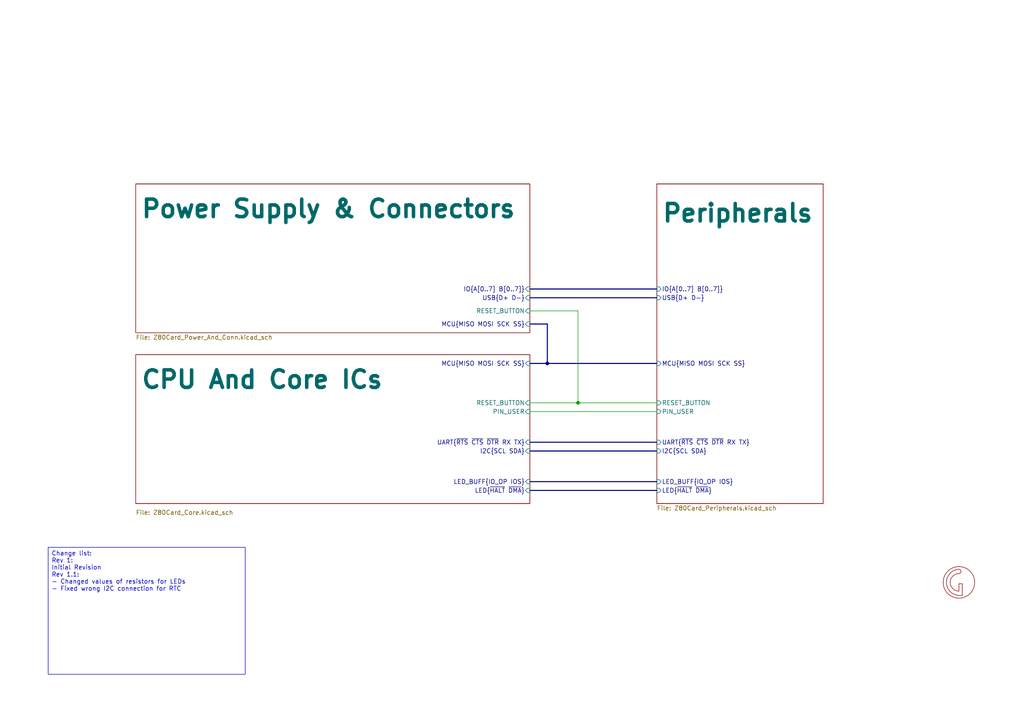
<source format=kicad_sch>
(kicad_sch (version 20230121) (generator eeschema)
  (paper "A4")
  (title_block (title "Z80 Card") (date "2023-03-04") (rev "1.1") (company "Galion") (comment 1 "Credit-card sized") (comment 2 "Z80 computer") (comment 3 "based on Z80-MBC2") (comment 4 "project by Just4Fun") (comment 5 "Galion") (comment 6 "Galion"))
  (lib_symbols
    (symbol "Z80Card:Galion_Logo" (pin_names (offset 1.016))
      (symbol "Galion_Logo_0_1"
        (polyline (pts (xy 0 -3.81) (xy 0.9652 -3.81)))
        (polyline (pts (xy 0 -2.54) (xy 0 -0.4064)))
        (polyline (pts (xy 0 -0.4064) (xy 0.9652 -0.4064)))
        (polyline (pts (xy 0.9652 -0.4064) (xy 0.9652 -3.81)))
        (circle (center 0 0) (radius 4.572))
        (arc (start 0 2.54) (mid -2.529 0) (end 0 -2.54))
        (arc (start 0 3.81) (mid -3.6161 0) (end 0 -3.81))
        (arc (start 0.0254 2.54) (mid 0.5887 3.1866) (end 0 3.81))
      )
    )
  )
  (junction (at 167.64 116.84))
  (junction (at 158.75 105.41))
  (wire (pts (xy 167.64 90.17) (xy 167.64 116.84)))
  (bus (pts (xy 153.67 142.24) (xy 190.5 142.24)))
  (bus (pts (xy 153.67 139.7) (xy 190.5 139.7)))
  (bus (pts (xy 158.75 105.41) (xy 190.5 105.41)))
  (wire (pts (xy 153.67 90.17) (xy 167.64 90.17)))
  (bus (pts (xy 158.75 93.98) (xy 158.75 105.41)))
  (bus (pts (xy 153.67 128.27) (xy 190.5 128.27)))
  (bus (pts (xy 153.67 83.82) (xy 190.5 83.82)))
  (wire (pts (xy 153.67 119.38) (xy 190.5 119.38)))
  (bus (pts (xy 153.67 130.81) (xy 190.5 130.81)))
  (wire (pts (xy 153.67 116.84) (xy 167.64 116.84)))
  (bus (pts (xy 153.67 93.98) (xy 158.75 93.98)))
  (wire (pts (xy 167.64 116.84) (xy 190.5 116.84)))
  (bus (pts (xy 153.67 105.41) (xy 158.75 105.41)))
  (bus (pts (xy 153.67 86.36) (xy 190.5 86.36)))
  (text_box "Change list:\nRev 1:\nInitial Revision\nRev 1.1:\n- Changed values of resistors for LEDs\n- Fixed wrong I2C connection for RTC" (at 13.97 158.75 0) (size 57.15 36.83) (effects (font (size 1.27 1.27)) (justify left top)))
  (symbol (lib_id "Z80Card:Galion_Logo") (at 278.13 168.91 0) (unit 1) (in_bom no)
    (property "Reference" "SYM1" (effects hide))
    (property "Value" "Galion_Logo" (effects hide))
    (property "Footprint" "Z80Card:Galion_Logo_Small" (effects hide))
  )
  (sheet (at 39.37 102.87) (size 114.3 43.18) (stroke (width 0.1524))
    (property "Sheetname" "CPU And Core ICs" (at 40.64 113.03 0) (effects (font (size 5.08 5.08) bold) (justify left bottom)))
    (property "Sheetfile" "Z80Card_Core.kicad_sch" (at 39.37 147.9046 0) (effects (justify left top)))
    (pin "RESET_BUTTON" input (at 153.67 116.84 0))
    (pin "UART{~{RTS} ~{CTS} ~{DTR} RX TX}" input (at 153.67 128.27 0))
    (pin "PIN_USER" input (at 153.67 119.38 0))
    (pin "I2C{SCL SDA}" input (at 153.67 130.81 0))
    (pin "MCU{MISO MOSI SCK SS}" input (at 153.67 105.41 0))
    (pin "LED_BUFF{IO_OP IOS}" input (at 153.67 139.7 0))
    (pin "LED{~{HALT} ~{DMA}}" input (at 153.67 142.24 0))
  )
  (sheet (at 190.5 53.34) (size 48.26 92.71) (stroke (width 0.1524))
    (property "Sheetname" "Peripherals" (at 191.77 64.77 0) (effects (font (size 5.08 5.08) bold) (justify left bottom)))
    (property "Sheetfile" "Z80Card_Peripherals.kicad_sch" (at 190.5 146.6346 0) (effects (justify left top)))
    (pin "USB{D+ D-}" input (at 190.5 86.36 180))
    (pin "LED{~{HALT} ~{DMA}}" input (at 190.5 142.24 180))
    (pin "LED_BUFF{IO_OP IOS}" input (at 190.5 139.7 180))
    (pin "UART{~{RTS} ~{CTS} ~{DTR} RX TX}" input (at 190.5 128.27 180))
    (pin "I2C{SCL SDA}" input (at 190.5 130.81 180))
    (pin "MCU{MISO MOSI SCK SS}" input (at 190.5 105.41 180))
    (pin "PIN_USER" input (at 190.5 119.38 180))
    (pin "RESET_BUTTON" input (at 190.5 116.84 180))
    (pin "IO{A[0..7] B[0..7]}" input (at 190.5 83.82 180))
  )
  (sheet (at 39.37 53.34) (size 114.3 43.18) (stroke (width 0.1524))
    (property "Sheetname" "Power Supply & Connectors" (at 40.64 63.5 0) (effects (font (size 5.08 5.08) bold) (justify left bottom)))
    (property "Sheetfile" "Z80Card_Power_And_Conn.kicad_sch" (at 39.37 97.1046 0) (effects (justify left top)))
    (pin "USB{D+ D-}" input (at 153.67 86.36 0))
    (pin "IO{A[0..7] B[0..7]}" input (at 153.67 83.82 0))
    (pin "MCU{MISO MOSI SCK SS}" input (at 153.67 93.98 0))
    (pin "RESET_BUTTON" input (at 153.67 90.17 0))
  )
)
</source>
